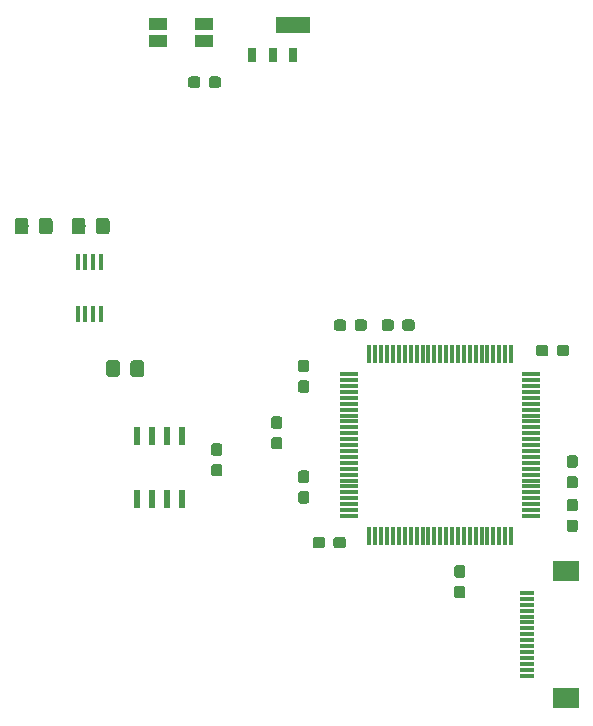
<source format=gtp>
G04 #@! TF.GenerationSoftware,KiCad,Pcbnew,(5.0.1)-4*
G04 #@! TF.CreationDate,2019-04-22T09:15:48+02:00*
G04 #@! TF.ProjectId,wiihdmi_wmi,77696968646D695F776D692E6B696361,rev?*
G04 #@! TF.SameCoordinates,Original*
G04 #@! TF.FileFunction,Paste,Top*
G04 #@! TF.FilePolarity,Positive*
%FSLAX46Y46*%
G04 Gerber Fmt 4.6, Leading zero omitted, Abs format (unit mm)*
G04 Created by KiCad (PCBNEW (5.0.1)-4) date 22.04.2019 09:15:48*
%MOMM*%
%LPD*%
G01*
G04 APERTURE LIST*
%ADD10R,1.597660X0.299720*%
%ADD11R,0.299720X1.597660*%
%ADD12C,0.100000*%
%ADD13C,1.150000*%
%ADD14R,2.200000X1.800000*%
%ADD15R,1.300000X0.300000*%
%ADD16R,1.650000X1.050000*%
%ADD17R,0.600000X1.550000*%
%ADD18R,0.450000X1.450000*%
%ADD19R,0.700000X1.200000*%
%ADD20R,3.000000X1.400000*%
%ADD21C,0.950000*%
G04 APERTURE END LIST*
D10*
G04 #@! TO.C,U1*
X103329740Y-81503520D03*
X103329740Y-82003900D03*
X103329740Y-82504280D03*
X103329740Y-83004660D03*
X103329740Y-83505040D03*
X103329740Y-84005420D03*
X103329740Y-84503260D03*
X103329740Y-85003640D03*
X103329740Y-85504020D03*
X103329740Y-86004400D03*
X103329740Y-86504780D03*
X103329740Y-87005160D03*
X103329740Y-87503000D03*
X103329740Y-88000840D03*
X103329740Y-88501220D03*
X103329740Y-89001600D03*
X103329740Y-89501980D03*
X103329740Y-90002360D03*
X103329740Y-90502740D03*
X103329740Y-91000580D03*
X103329740Y-91500960D03*
X103329740Y-92001340D03*
X103329740Y-92501720D03*
X103329740Y-93002100D03*
X103329740Y-93502480D03*
D11*
X101630480Y-95201740D03*
X101130100Y-95201740D03*
X100629720Y-95201740D03*
X100129340Y-95201740D03*
X99628960Y-95201740D03*
X99128580Y-95201740D03*
X98630740Y-95201740D03*
X98130360Y-95201740D03*
X97629980Y-95201740D03*
X97129600Y-95201740D03*
X96629220Y-95201740D03*
X96128840Y-95201740D03*
X95631000Y-95201740D03*
X95133160Y-95201740D03*
X94632780Y-95201740D03*
X94132400Y-95201740D03*
X93632020Y-95201740D03*
X93131640Y-95201740D03*
X92631260Y-95201740D03*
X92133420Y-95201740D03*
X91633040Y-95201740D03*
X91132660Y-95201740D03*
X90632280Y-95201740D03*
X90131900Y-95201740D03*
X89631520Y-95201740D03*
D10*
X87932260Y-93502480D03*
X87932260Y-93002100D03*
X87932260Y-92501720D03*
X87932260Y-92001340D03*
X87932260Y-91500960D03*
X87932260Y-91000580D03*
X87932260Y-90502740D03*
X87932260Y-90002360D03*
X87932260Y-89501980D03*
X87932260Y-89001600D03*
X87932260Y-88501220D03*
X87932260Y-88000840D03*
X87932260Y-87503000D03*
X87932260Y-87005160D03*
X87932260Y-86504780D03*
X87932260Y-86004400D03*
X87932260Y-85504020D03*
X87932260Y-85003640D03*
X87932260Y-84503260D03*
X87932260Y-84005420D03*
X87932260Y-83505040D03*
X87932260Y-83004660D03*
X87932260Y-82504280D03*
X87932260Y-82003900D03*
X87932260Y-81503520D03*
D11*
X89631520Y-79804260D03*
X90131900Y-79804260D03*
X90632280Y-79804260D03*
X91132660Y-79804260D03*
X91633040Y-79804260D03*
X92133420Y-79804260D03*
X92631260Y-79804260D03*
X93131640Y-79804260D03*
X93632020Y-79804260D03*
X94132400Y-79804260D03*
X94632780Y-79804260D03*
X95133160Y-79804260D03*
X95631000Y-79804260D03*
X96128840Y-79804260D03*
X96629220Y-79804260D03*
X97129600Y-79804260D03*
X97629980Y-79804260D03*
X98130360Y-79804260D03*
X98630740Y-79804260D03*
X99128580Y-79804260D03*
X99628960Y-79804260D03*
X100129340Y-79804260D03*
X100629720Y-79804260D03*
X101130100Y-79804260D03*
X101630480Y-79804260D03*
G04 #@! TD*
D12*
G04 #@! TO.C,C1*
G36*
X65355505Y-68262204D02*
X65379773Y-68265804D01*
X65403572Y-68271765D01*
X65426671Y-68280030D01*
X65448850Y-68290520D01*
X65469893Y-68303132D01*
X65489599Y-68317747D01*
X65507777Y-68334223D01*
X65524253Y-68352401D01*
X65538868Y-68372107D01*
X65551480Y-68393150D01*
X65561970Y-68415329D01*
X65570235Y-68438428D01*
X65576196Y-68462227D01*
X65579796Y-68486495D01*
X65581000Y-68510999D01*
X65581000Y-69411001D01*
X65579796Y-69435505D01*
X65576196Y-69459773D01*
X65570235Y-69483572D01*
X65561970Y-69506671D01*
X65551480Y-69528850D01*
X65538868Y-69549893D01*
X65524253Y-69569599D01*
X65507777Y-69587777D01*
X65489599Y-69604253D01*
X65469893Y-69618868D01*
X65448850Y-69631480D01*
X65426671Y-69641970D01*
X65403572Y-69650235D01*
X65379773Y-69656196D01*
X65355505Y-69659796D01*
X65331001Y-69661000D01*
X64680999Y-69661000D01*
X64656495Y-69659796D01*
X64632227Y-69656196D01*
X64608428Y-69650235D01*
X64585329Y-69641970D01*
X64563150Y-69631480D01*
X64542107Y-69618868D01*
X64522401Y-69604253D01*
X64504223Y-69587777D01*
X64487747Y-69569599D01*
X64473132Y-69549893D01*
X64460520Y-69528850D01*
X64450030Y-69506671D01*
X64441765Y-69483572D01*
X64435804Y-69459773D01*
X64432204Y-69435505D01*
X64431000Y-69411001D01*
X64431000Y-68510999D01*
X64432204Y-68486495D01*
X64435804Y-68462227D01*
X64441765Y-68438428D01*
X64450030Y-68415329D01*
X64460520Y-68393150D01*
X64473132Y-68372107D01*
X64487747Y-68352401D01*
X64504223Y-68334223D01*
X64522401Y-68317747D01*
X64542107Y-68303132D01*
X64563150Y-68290520D01*
X64585329Y-68280030D01*
X64608428Y-68271765D01*
X64632227Y-68265804D01*
X64656495Y-68262204D01*
X64680999Y-68261000D01*
X65331001Y-68261000D01*
X65355505Y-68262204D01*
X65355505Y-68262204D01*
G37*
D13*
X65006000Y-68961000D03*
D12*
G36*
X67405505Y-68262204D02*
X67429773Y-68265804D01*
X67453572Y-68271765D01*
X67476671Y-68280030D01*
X67498850Y-68290520D01*
X67519893Y-68303132D01*
X67539599Y-68317747D01*
X67557777Y-68334223D01*
X67574253Y-68352401D01*
X67588868Y-68372107D01*
X67601480Y-68393150D01*
X67611970Y-68415329D01*
X67620235Y-68438428D01*
X67626196Y-68462227D01*
X67629796Y-68486495D01*
X67631000Y-68510999D01*
X67631000Y-69411001D01*
X67629796Y-69435505D01*
X67626196Y-69459773D01*
X67620235Y-69483572D01*
X67611970Y-69506671D01*
X67601480Y-69528850D01*
X67588868Y-69549893D01*
X67574253Y-69569599D01*
X67557777Y-69587777D01*
X67539599Y-69604253D01*
X67519893Y-69618868D01*
X67498850Y-69631480D01*
X67476671Y-69641970D01*
X67453572Y-69650235D01*
X67429773Y-69656196D01*
X67405505Y-69659796D01*
X67381001Y-69661000D01*
X66730999Y-69661000D01*
X66706495Y-69659796D01*
X66682227Y-69656196D01*
X66658428Y-69650235D01*
X66635329Y-69641970D01*
X66613150Y-69631480D01*
X66592107Y-69618868D01*
X66572401Y-69604253D01*
X66554223Y-69587777D01*
X66537747Y-69569599D01*
X66523132Y-69549893D01*
X66510520Y-69528850D01*
X66500030Y-69506671D01*
X66491765Y-69483572D01*
X66485804Y-69459773D01*
X66482204Y-69435505D01*
X66481000Y-69411001D01*
X66481000Y-68510999D01*
X66482204Y-68486495D01*
X66485804Y-68462227D01*
X66491765Y-68438428D01*
X66500030Y-68415329D01*
X66510520Y-68393150D01*
X66523132Y-68372107D01*
X66537747Y-68352401D01*
X66554223Y-68334223D01*
X66572401Y-68317747D01*
X66592107Y-68303132D01*
X66613150Y-68290520D01*
X66635329Y-68280030D01*
X66658428Y-68271765D01*
X66682227Y-68265804D01*
X66706495Y-68262204D01*
X66730999Y-68261000D01*
X67381001Y-68261000D01*
X67405505Y-68262204D01*
X67405505Y-68262204D01*
G37*
D13*
X67056000Y-68961000D03*
G04 #@! TD*
D12*
G04 #@! TO.C,C2*
G36*
X62579505Y-68262204D02*
X62603773Y-68265804D01*
X62627572Y-68271765D01*
X62650671Y-68280030D01*
X62672850Y-68290520D01*
X62693893Y-68303132D01*
X62713599Y-68317747D01*
X62731777Y-68334223D01*
X62748253Y-68352401D01*
X62762868Y-68372107D01*
X62775480Y-68393150D01*
X62785970Y-68415329D01*
X62794235Y-68438428D01*
X62800196Y-68462227D01*
X62803796Y-68486495D01*
X62805000Y-68510999D01*
X62805000Y-69411001D01*
X62803796Y-69435505D01*
X62800196Y-69459773D01*
X62794235Y-69483572D01*
X62785970Y-69506671D01*
X62775480Y-69528850D01*
X62762868Y-69549893D01*
X62748253Y-69569599D01*
X62731777Y-69587777D01*
X62713599Y-69604253D01*
X62693893Y-69618868D01*
X62672850Y-69631480D01*
X62650671Y-69641970D01*
X62627572Y-69650235D01*
X62603773Y-69656196D01*
X62579505Y-69659796D01*
X62555001Y-69661000D01*
X61904999Y-69661000D01*
X61880495Y-69659796D01*
X61856227Y-69656196D01*
X61832428Y-69650235D01*
X61809329Y-69641970D01*
X61787150Y-69631480D01*
X61766107Y-69618868D01*
X61746401Y-69604253D01*
X61728223Y-69587777D01*
X61711747Y-69569599D01*
X61697132Y-69549893D01*
X61684520Y-69528850D01*
X61674030Y-69506671D01*
X61665765Y-69483572D01*
X61659804Y-69459773D01*
X61656204Y-69435505D01*
X61655000Y-69411001D01*
X61655000Y-68510999D01*
X61656204Y-68486495D01*
X61659804Y-68462227D01*
X61665765Y-68438428D01*
X61674030Y-68415329D01*
X61684520Y-68393150D01*
X61697132Y-68372107D01*
X61711747Y-68352401D01*
X61728223Y-68334223D01*
X61746401Y-68317747D01*
X61766107Y-68303132D01*
X61787150Y-68290520D01*
X61809329Y-68280030D01*
X61832428Y-68271765D01*
X61856227Y-68265804D01*
X61880495Y-68262204D01*
X61904999Y-68261000D01*
X62555001Y-68261000D01*
X62579505Y-68262204D01*
X62579505Y-68262204D01*
G37*
D13*
X62230000Y-68961000D03*
D12*
G36*
X60529505Y-68262204D02*
X60553773Y-68265804D01*
X60577572Y-68271765D01*
X60600671Y-68280030D01*
X60622850Y-68290520D01*
X60643893Y-68303132D01*
X60663599Y-68317747D01*
X60681777Y-68334223D01*
X60698253Y-68352401D01*
X60712868Y-68372107D01*
X60725480Y-68393150D01*
X60735970Y-68415329D01*
X60744235Y-68438428D01*
X60750196Y-68462227D01*
X60753796Y-68486495D01*
X60755000Y-68510999D01*
X60755000Y-69411001D01*
X60753796Y-69435505D01*
X60750196Y-69459773D01*
X60744235Y-69483572D01*
X60735970Y-69506671D01*
X60725480Y-69528850D01*
X60712868Y-69549893D01*
X60698253Y-69569599D01*
X60681777Y-69587777D01*
X60663599Y-69604253D01*
X60643893Y-69618868D01*
X60622850Y-69631480D01*
X60600671Y-69641970D01*
X60577572Y-69650235D01*
X60553773Y-69656196D01*
X60529505Y-69659796D01*
X60505001Y-69661000D01*
X59854999Y-69661000D01*
X59830495Y-69659796D01*
X59806227Y-69656196D01*
X59782428Y-69650235D01*
X59759329Y-69641970D01*
X59737150Y-69631480D01*
X59716107Y-69618868D01*
X59696401Y-69604253D01*
X59678223Y-69587777D01*
X59661747Y-69569599D01*
X59647132Y-69549893D01*
X59634520Y-69528850D01*
X59624030Y-69506671D01*
X59615765Y-69483572D01*
X59609804Y-69459773D01*
X59606204Y-69435505D01*
X59605000Y-69411001D01*
X59605000Y-68510999D01*
X59606204Y-68486495D01*
X59609804Y-68462227D01*
X59615765Y-68438428D01*
X59624030Y-68415329D01*
X59634520Y-68393150D01*
X59647132Y-68372107D01*
X59661747Y-68352401D01*
X59678223Y-68334223D01*
X59696401Y-68317747D01*
X59716107Y-68303132D01*
X59737150Y-68290520D01*
X59759329Y-68280030D01*
X59782428Y-68271765D01*
X59806227Y-68265804D01*
X59830495Y-68262204D01*
X59854999Y-68261000D01*
X60505001Y-68261000D01*
X60529505Y-68262204D01*
X60529505Y-68262204D01*
G37*
D13*
X60180000Y-68961000D03*
G04 #@! TD*
D12*
G04 #@! TO.C,C3*
G36*
X68276505Y-80327204D02*
X68300773Y-80330804D01*
X68324572Y-80336765D01*
X68347671Y-80345030D01*
X68369850Y-80355520D01*
X68390893Y-80368132D01*
X68410599Y-80382747D01*
X68428777Y-80399223D01*
X68445253Y-80417401D01*
X68459868Y-80437107D01*
X68472480Y-80458150D01*
X68482970Y-80480329D01*
X68491235Y-80503428D01*
X68497196Y-80527227D01*
X68500796Y-80551495D01*
X68502000Y-80575999D01*
X68502000Y-81476001D01*
X68500796Y-81500505D01*
X68497196Y-81524773D01*
X68491235Y-81548572D01*
X68482970Y-81571671D01*
X68472480Y-81593850D01*
X68459868Y-81614893D01*
X68445253Y-81634599D01*
X68428777Y-81652777D01*
X68410599Y-81669253D01*
X68390893Y-81683868D01*
X68369850Y-81696480D01*
X68347671Y-81706970D01*
X68324572Y-81715235D01*
X68300773Y-81721196D01*
X68276505Y-81724796D01*
X68252001Y-81726000D01*
X67601999Y-81726000D01*
X67577495Y-81724796D01*
X67553227Y-81721196D01*
X67529428Y-81715235D01*
X67506329Y-81706970D01*
X67484150Y-81696480D01*
X67463107Y-81683868D01*
X67443401Y-81669253D01*
X67425223Y-81652777D01*
X67408747Y-81634599D01*
X67394132Y-81614893D01*
X67381520Y-81593850D01*
X67371030Y-81571671D01*
X67362765Y-81548572D01*
X67356804Y-81524773D01*
X67353204Y-81500505D01*
X67352000Y-81476001D01*
X67352000Y-80575999D01*
X67353204Y-80551495D01*
X67356804Y-80527227D01*
X67362765Y-80503428D01*
X67371030Y-80480329D01*
X67381520Y-80458150D01*
X67394132Y-80437107D01*
X67408747Y-80417401D01*
X67425223Y-80399223D01*
X67443401Y-80382747D01*
X67463107Y-80368132D01*
X67484150Y-80355520D01*
X67506329Y-80345030D01*
X67529428Y-80336765D01*
X67553227Y-80330804D01*
X67577495Y-80327204D01*
X67601999Y-80326000D01*
X68252001Y-80326000D01*
X68276505Y-80327204D01*
X68276505Y-80327204D01*
G37*
D13*
X67927000Y-81026000D03*
D12*
G36*
X70326505Y-80327204D02*
X70350773Y-80330804D01*
X70374572Y-80336765D01*
X70397671Y-80345030D01*
X70419850Y-80355520D01*
X70440893Y-80368132D01*
X70460599Y-80382747D01*
X70478777Y-80399223D01*
X70495253Y-80417401D01*
X70509868Y-80437107D01*
X70522480Y-80458150D01*
X70532970Y-80480329D01*
X70541235Y-80503428D01*
X70547196Y-80527227D01*
X70550796Y-80551495D01*
X70552000Y-80575999D01*
X70552000Y-81476001D01*
X70550796Y-81500505D01*
X70547196Y-81524773D01*
X70541235Y-81548572D01*
X70532970Y-81571671D01*
X70522480Y-81593850D01*
X70509868Y-81614893D01*
X70495253Y-81634599D01*
X70478777Y-81652777D01*
X70460599Y-81669253D01*
X70440893Y-81683868D01*
X70419850Y-81696480D01*
X70397671Y-81706970D01*
X70374572Y-81715235D01*
X70350773Y-81721196D01*
X70326505Y-81724796D01*
X70302001Y-81726000D01*
X69651999Y-81726000D01*
X69627495Y-81724796D01*
X69603227Y-81721196D01*
X69579428Y-81715235D01*
X69556329Y-81706970D01*
X69534150Y-81696480D01*
X69513107Y-81683868D01*
X69493401Y-81669253D01*
X69475223Y-81652777D01*
X69458747Y-81634599D01*
X69444132Y-81614893D01*
X69431520Y-81593850D01*
X69421030Y-81571671D01*
X69412765Y-81548572D01*
X69406804Y-81524773D01*
X69403204Y-81500505D01*
X69402000Y-81476001D01*
X69402000Y-80575999D01*
X69403204Y-80551495D01*
X69406804Y-80527227D01*
X69412765Y-80503428D01*
X69421030Y-80480329D01*
X69431520Y-80458150D01*
X69444132Y-80437107D01*
X69458747Y-80417401D01*
X69475223Y-80399223D01*
X69493401Y-80382747D01*
X69513107Y-80368132D01*
X69534150Y-80355520D01*
X69556329Y-80345030D01*
X69579428Y-80336765D01*
X69603227Y-80330804D01*
X69627495Y-80327204D01*
X69651999Y-80326000D01*
X70302001Y-80326000D01*
X70326505Y-80327204D01*
X70326505Y-80327204D01*
G37*
D13*
X69977000Y-81026000D03*
G04 #@! TD*
D14*
G04 #@! TO.C,J3*
X106247000Y-98121000D03*
X106247000Y-108921000D03*
D15*
X102997000Y-107021000D03*
X102997000Y-106521000D03*
X102997000Y-106021000D03*
X102997000Y-105521000D03*
X102997000Y-105021000D03*
X102997000Y-104521000D03*
X102997000Y-104021000D03*
X102997000Y-103521000D03*
X102997000Y-103021000D03*
X102997000Y-102521000D03*
X102997000Y-102021000D03*
X102997000Y-101521000D03*
X102997000Y-101021000D03*
X102997000Y-100521000D03*
X102997000Y-100021000D03*
G04 #@! TD*
D16*
G04 #@! TO.C,SW1*
X75605000Y-53266000D03*
X71755000Y-53266000D03*
X75605000Y-51816000D03*
X71755000Y-51816000D03*
G04 #@! TD*
D17*
G04 #@! TO.C,U2*
X73787000Y-86708000D03*
X72517000Y-86708000D03*
X71247000Y-86708000D03*
X69977000Y-86708000D03*
X69977000Y-92108000D03*
X71247000Y-92108000D03*
X72517000Y-92108000D03*
X73787000Y-92108000D03*
G04 #@! TD*
D18*
G04 #@! TO.C,U3*
X64938000Y-76368000D03*
X65588000Y-76368000D03*
X66238000Y-76368000D03*
X66888000Y-76368000D03*
X66888000Y-71968000D03*
X66238000Y-71968000D03*
X65588000Y-71968000D03*
X64938000Y-71968000D03*
G04 #@! TD*
D19*
G04 #@! TO.C,U4*
X79685000Y-54443000D03*
X81435000Y-54443000D03*
X83185000Y-54443000D03*
D20*
X83185000Y-51943000D03*
G04 #@! TD*
D12*
G04 #@! TO.C,C4*
G36*
X76968779Y-89110144D02*
X76991834Y-89113563D01*
X77014443Y-89119227D01*
X77036387Y-89127079D01*
X77057457Y-89137044D01*
X77077448Y-89149026D01*
X77096168Y-89162910D01*
X77113438Y-89178562D01*
X77129090Y-89195832D01*
X77142974Y-89214552D01*
X77154956Y-89234543D01*
X77164921Y-89255613D01*
X77172773Y-89277557D01*
X77178437Y-89300166D01*
X77181856Y-89323221D01*
X77183000Y-89346500D01*
X77183000Y-89921500D01*
X77181856Y-89944779D01*
X77178437Y-89967834D01*
X77172773Y-89990443D01*
X77164921Y-90012387D01*
X77154956Y-90033457D01*
X77142974Y-90053448D01*
X77129090Y-90072168D01*
X77113438Y-90089438D01*
X77096168Y-90105090D01*
X77077448Y-90118974D01*
X77057457Y-90130956D01*
X77036387Y-90140921D01*
X77014443Y-90148773D01*
X76991834Y-90154437D01*
X76968779Y-90157856D01*
X76945500Y-90159000D01*
X76470500Y-90159000D01*
X76447221Y-90157856D01*
X76424166Y-90154437D01*
X76401557Y-90148773D01*
X76379613Y-90140921D01*
X76358543Y-90130956D01*
X76338552Y-90118974D01*
X76319832Y-90105090D01*
X76302562Y-90089438D01*
X76286910Y-90072168D01*
X76273026Y-90053448D01*
X76261044Y-90033457D01*
X76251079Y-90012387D01*
X76243227Y-89990443D01*
X76237563Y-89967834D01*
X76234144Y-89944779D01*
X76233000Y-89921500D01*
X76233000Y-89346500D01*
X76234144Y-89323221D01*
X76237563Y-89300166D01*
X76243227Y-89277557D01*
X76251079Y-89255613D01*
X76261044Y-89234543D01*
X76273026Y-89214552D01*
X76286910Y-89195832D01*
X76302562Y-89178562D01*
X76319832Y-89162910D01*
X76338552Y-89149026D01*
X76358543Y-89137044D01*
X76379613Y-89127079D01*
X76401557Y-89119227D01*
X76424166Y-89113563D01*
X76447221Y-89110144D01*
X76470500Y-89109000D01*
X76945500Y-89109000D01*
X76968779Y-89110144D01*
X76968779Y-89110144D01*
G37*
D21*
X76708000Y-89634000D03*
D12*
G36*
X76968779Y-87360144D02*
X76991834Y-87363563D01*
X77014443Y-87369227D01*
X77036387Y-87377079D01*
X77057457Y-87387044D01*
X77077448Y-87399026D01*
X77096168Y-87412910D01*
X77113438Y-87428562D01*
X77129090Y-87445832D01*
X77142974Y-87464552D01*
X77154956Y-87484543D01*
X77164921Y-87505613D01*
X77172773Y-87527557D01*
X77178437Y-87550166D01*
X77181856Y-87573221D01*
X77183000Y-87596500D01*
X77183000Y-88171500D01*
X77181856Y-88194779D01*
X77178437Y-88217834D01*
X77172773Y-88240443D01*
X77164921Y-88262387D01*
X77154956Y-88283457D01*
X77142974Y-88303448D01*
X77129090Y-88322168D01*
X77113438Y-88339438D01*
X77096168Y-88355090D01*
X77077448Y-88368974D01*
X77057457Y-88380956D01*
X77036387Y-88390921D01*
X77014443Y-88398773D01*
X76991834Y-88404437D01*
X76968779Y-88407856D01*
X76945500Y-88409000D01*
X76470500Y-88409000D01*
X76447221Y-88407856D01*
X76424166Y-88404437D01*
X76401557Y-88398773D01*
X76379613Y-88390921D01*
X76358543Y-88380956D01*
X76338552Y-88368974D01*
X76319832Y-88355090D01*
X76302562Y-88339438D01*
X76286910Y-88322168D01*
X76273026Y-88303448D01*
X76261044Y-88283457D01*
X76251079Y-88262387D01*
X76243227Y-88240443D01*
X76237563Y-88217834D01*
X76234144Y-88194779D01*
X76233000Y-88171500D01*
X76233000Y-87596500D01*
X76234144Y-87573221D01*
X76237563Y-87550166D01*
X76243227Y-87527557D01*
X76251079Y-87505613D01*
X76261044Y-87484543D01*
X76273026Y-87464552D01*
X76286910Y-87445832D01*
X76302562Y-87428562D01*
X76319832Y-87412910D01*
X76338552Y-87399026D01*
X76358543Y-87387044D01*
X76379613Y-87377079D01*
X76401557Y-87369227D01*
X76424166Y-87363563D01*
X76447221Y-87360144D01*
X76470500Y-87359000D01*
X76945500Y-87359000D01*
X76968779Y-87360144D01*
X76968779Y-87360144D01*
G37*
D21*
X76708000Y-87884000D03*
G04 #@! TD*
D12*
G04 #@! TO.C,C5*
G36*
X84334779Y-80276144D02*
X84357834Y-80279563D01*
X84380443Y-80285227D01*
X84402387Y-80293079D01*
X84423457Y-80303044D01*
X84443448Y-80315026D01*
X84462168Y-80328910D01*
X84479438Y-80344562D01*
X84495090Y-80361832D01*
X84508974Y-80380552D01*
X84520956Y-80400543D01*
X84530921Y-80421613D01*
X84538773Y-80443557D01*
X84544437Y-80466166D01*
X84547856Y-80489221D01*
X84549000Y-80512500D01*
X84549000Y-81087500D01*
X84547856Y-81110779D01*
X84544437Y-81133834D01*
X84538773Y-81156443D01*
X84530921Y-81178387D01*
X84520956Y-81199457D01*
X84508974Y-81219448D01*
X84495090Y-81238168D01*
X84479438Y-81255438D01*
X84462168Y-81271090D01*
X84443448Y-81284974D01*
X84423457Y-81296956D01*
X84402387Y-81306921D01*
X84380443Y-81314773D01*
X84357834Y-81320437D01*
X84334779Y-81323856D01*
X84311500Y-81325000D01*
X83836500Y-81325000D01*
X83813221Y-81323856D01*
X83790166Y-81320437D01*
X83767557Y-81314773D01*
X83745613Y-81306921D01*
X83724543Y-81296956D01*
X83704552Y-81284974D01*
X83685832Y-81271090D01*
X83668562Y-81255438D01*
X83652910Y-81238168D01*
X83639026Y-81219448D01*
X83627044Y-81199457D01*
X83617079Y-81178387D01*
X83609227Y-81156443D01*
X83603563Y-81133834D01*
X83600144Y-81110779D01*
X83599000Y-81087500D01*
X83599000Y-80512500D01*
X83600144Y-80489221D01*
X83603563Y-80466166D01*
X83609227Y-80443557D01*
X83617079Y-80421613D01*
X83627044Y-80400543D01*
X83639026Y-80380552D01*
X83652910Y-80361832D01*
X83668562Y-80344562D01*
X83685832Y-80328910D01*
X83704552Y-80315026D01*
X83724543Y-80303044D01*
X83745613Y-80293079D01*
X83767557Y-80285227D01*
X83790166Y-80279563D01*
X83813221Y-80276144D01*
X83836500Y-80275000D01*
X84311500Y-80275000D01*
X84334779Y-80276144D01*
X84334779Y-80276144D01*
G37*
D21*
X84074000Y-80800000D03*
D12*
G36*
X84334779Y-82026144D02*
X84357834Y-82029563D01*
X84380443Y-82035227D01*
X84402387Y-82043079D01*
X84423457Y-82053044D01*
X84443448Y-82065026D01*
X84462168Y-82078910D01*
X84479438Y-82094562D01*
X84495090Y-82111832D01*
X84508974Y-82130552D01*
X84520956Y-82150543D01*
X84530921Y-82171613D01*
X84538773Y-82193557D01*
X84544437Y-82216166D01*
X84547856Y-82239221D01*
X84549000Y-82262500D01*
X84549000Y-82837500D01*
X84547856Y-82860779D01*
X84544437Y-82883834D01*
X84538773Y-82906443D01*
X84530921Y-82928387D01*
X84520956Y-82949457D01*
X84508974Y-82969448D01*
X84495090Y-82988168D01*
X84479438Y-83005438D01*
X84462168Y-83021090D01*
X84443448Y-83034974D01*
X84423457Y-83046956D01*
X84402387Y-83056921D01*
X84380443Y-83064773D01*
X84357834Y-83070437D01*
X84334779Y-83073856D01*
X84311500Y-83075000D01*
X83836500Y-83075000D01*
X83813221Y-83073856D01*
X83790166Y-83070437D01*
X83767557Y-83064773D01*
X83745613Y-83056921D01*
X83724543Y-83046956D01*
X83704552Y-83034974D01*
X83685832Y-83021090D01*
X83668562Y-83005438D01*
X83652910Y-82988168D01*
X83639026Y-82969448D01*
X83627044Y-82949457D01*
X83617079Y-82928387D01*
X83609227Y-82906443D01*
X83603563Y-82883834D01*
X83600144Y-82860779D01*
X83599000Y-82837500D01*
X83599000Y-82262500D01*
X83600144Y-82239221D01*
X83603563Y-82216166D01*
X83609227Y-82193557D01*
X83617079Y-82171613D01*
X83627044Y-82150543D01*
X83639026Y-82130552D01*
X83652910Y-82111832D01*
X83668562Y-82094562D01*
X83685832Y-82078910D01*
X83704552Y-82065026D01*
X83724543Y-82053044D01*
X83745613Y-82043079D01*
X83767557Y-82035227D01*
X83790166Y-82029563D01*
X83813221Y-82026144D01*
X83836500Y-82025000D01*
X84311500Y-82025000D01*
X84334779Y-82026144D01*
X84334779Y-82026144D01*
G37*
D21*
X84074000Y-82550000D03*
G04 #@! TD*
D12*
G04 #@! TO.C,C6*
G36*
X97542779Y-97675144D02*
X97565834Y-97678563D01*
X97588443Y-97684227D01*
X97610387Y-97692079D01*
X97631457Y-97702044D01*
X97651448Y-97714026D01*
X97670168Y-97727910D01*
X97687438Y-97743562D01*
X97703090Y-97760832D01*
X97716974Y-97779552D01*
X97728956Y-97799543D01*
X97738921Y-97820613D01*
X97746773Y-97842557D01*
X97752437Y-97865166D01*
X97755856Y-97888221D01*
X97757000Y-97911500D01*
X97757000Y-98486500D01*
X97755856Y-98509779D01*
X97752437Y-98532834D01*
X97746773Y-98555443D01*
X97738921Y-98577387D01*
X97728956Y-98598457D01*
X97716974Y-98618448D01*
X97703090Y-98637168D01*
X97687438Y-98654438D01*
X97670168Y-98670090D01*
X97651448Y-98683974D01*
X97631457Y-98695956D01*
X97610387Y-98705921D01*
X97588443Y-98713773D01*
X97565834Y-98719437D01*
X97542779Y-98722856D01*
X97519500Y-98724000D01*
X97044500Y-98724000D01*
X97021221Y-98722856D01*
X96998166Y-98719437D01*
X96975557Y-98713773D01*
X96953613Y-98705921D01*
X96932543Y-98695956D01*
X96912552Y-98683974D01*
X96893832Y-98670090D01*
X96876562Y-98654438D01*
X96860910Y-98637168D01*
X96847026Y-98618448D01*
X96835044Y-98598457D01*
X96825079Y-98577387D01*
X96817227Y-98555443D01*
X96811563Y-98532834D01*
X96808144Y-98509779D01*
X96807000Y-98486500D01*
X96807000Y-97911500D01*
X96808144Y-97888221D01*
X96811563Y-97865166D01*
X96817227Y-97842557D01*
X96825079Y-97820613D01*
X96835044Y-97799543D01*
X96847026Y-97779552D01*
X96860910Y-97760832D01*
X96876562Y-97743562D01*
X96893832Y-97727910D01*
X96912552Y-97714026D01*
X96932543Y-97702044D01*
X96953613Y-97692079D01*
X96975557Y-97684227D01*
X96998166Y-97678563D01*
X97021221Y-97675144D01*
X97044500Y-97674000D01*
X97519500Y-97674000D01*
X97542779Y-97675144D01*
X97542779Y-97675144D01*
G37*
D21*
X97282000Y-98199000D03*
D12*
G36*
X97542779Y-99425144D02*
X97565834Y-99428563D01*
X97588443Y-99434227D01*
X97610387Y-99442079D01*
X97631457Y-99452044D01*
X97651448Y-99464026D01*
X97670168Y-99477910D01*
X97687438Y-99493562D01*
X97703090Y-99510832D01*
X97716974Y-99529552D01*
X97728956Y-99549543D01*
X97738921Y-99570613D01*
X97746773Y-99592557D01*
X97752437Y-99615166D01*
X97755856Y-99638221D01*
X97757000Y-99661500D01*
X97757000Y-100236500D01*
X97755856Y-100259779D01*
X97752437Y-100282834D01*
X97746773Y-100305443D01*
X97738921Y-100327387D01*
X97728956Y-100348457D01*
X97716974Y-100368448D01*
X97703090Y-100387168D01*
X97687438Y-100404438D01*
X97670168Y-100420090D01*
X97651448Y-100433974D01*
X97631457Y-100445956D01*
X97610387Y-100455921D01*
X97588443Y-100463773D01*
X97565834Y-100469437D01*
X97542779Y-100472856D01*
X97519500Y-100474000D01*
X97044500Y-100474000D01*
X97021221Y-100472856D01*
X96998166Y-100469437D01*
X96975557Y-100463773D01*
X96953613Y-100455921D01*
X96932543Y-100445956D01*
X96912552Y-100433974D01*
X96893832Y-100420090D01*
X96876562Y-100404438D01*
X96860910Y-100387168D01*
X96847026Y-100368448D01*
X96835044Y-100348457D01*
X96825079Y-100327387D01*
X96817227Y-100305443D01*
X96811563Y-100282834D01*
X96808144Y-100259779D01*
X96807000Y-100236500D01*
X96807000Y-99661500D01*
X96808144Y-99638221D01*
X96811563Y-99615166D01*
X96817227Y-99592557D01*
X96825079Y-99570613D01*
X96835044Y-99549543D01*
X96847026Y-99529552D01*
X96860910Y-99510832D01*
X96876562Y-99493562D01*
X96893832Y-99477910D01*
X96912552Y-99464026D01*
X96932543Y-99452044D01*
X96953613Y-99442079D01*
X96975557Y-99434227D01*
X96998166Y-99428563D01*
X97021221Y-99425144D01*
X97044500Y-99424000D01*
X97519500Y-99424000D01*
X97542779Y-99425144D01*
X97542779Y-99425144D01*
G37*
D21*
X97282000Y-99949000D03*
G04 #@! TD*
D12*
G04 #@! TO.C,C7*
G36*
X76863779Y-56295144D02*
X76886834Y-56298563D01*
X76909443Y-56304227D01*
X76931387Y-56312079D01*
X76952457Y-56322044D01*
X76972448Y-56334026D01*
X76991168Y-56347910D01*
X77008438Y-56363562D01*
X77024090Y-56380832D01*
X77037974Y-56399552D01*
X77049956Y-56419543D01*
X77059921Y-56440613D01*
X77067773Y-56462557D01*
X77073437Y-56485166D01*
X77076856Y-56508221D01*
X77078000Y-56531500D01*
X77078000Y-57006500D01*
X77076856Y-57029779D01*
X77073437Y-57052834D01*
X77067773Y-57075443D01*
X77059921Y-57097387D01*
X77049956Y-57118457D01*
X77037974Y-57138448D01*
X77024090Y-57157168D01*
X77008438Y-57174438D01*
X76991168Y-57190090D01*
X76972448Y-57203974D01*
X76952457Y-57215956D01*
X76931387Y-57225921D01*
X76909443Y-57233773D01*
X76886834Y-57239437D01*
X76863779Y-57242856D01*
X76840500Y-57244000D01*
X76265500Y-57244000D01*
X76242221Y-57242856D01*
X76219166Y-57239437D01*
X76196557Y-57233773D01*
X76174613Y-57225921D01*
X76153543Y-57215956D01*
X76133552Y-57203974D01*
X76114832Y-57190090D01*
X76097562Y-57174438D01*
X76081910Y-57157168D01*
X76068026Y-57138448D01*
X76056044Y-57118457D01*
X76046079Y-57097387D01*
X76038227Y-57075443D01*
X76032563Y-57052834D01*
X76029144Y-57029779D01*
X76028000Y-57006500D01*
X76028000Y-56531500D01*
X76029144Y-56508221D01*
X76032563Y-56485166D01*
X76038227Y-56462557D01*
X76046079Y-56440613D01*
X76056044Y-56419543D01*
X76068026Y-56399552D01*
X76081910Y-56380832D01*
X76097562Y-56363562D01*
X76114832Y-56347910D01*
X76133552Y-56334026D01*
X76153543Y-56322044D01*
X76174613Y-56312079D01*
X76196557Y-56304227D01*
X76219166Y-56298563D01*
X76242221Y-56295144D01*
X76265500Y-56294000D01*
X76840500Y-56294000D01*
X76863779Y-56295144D01*
X76863779Y-56295144D01*
G37*
D21*
X76553000Y-56769000D03*
D12*
G36*
X75113779Y-56295144D02*
X75136834Y-56298563D01*
X75159443Y-56304227D01*
X75181387Y-56312079D01*
X75202457Y-56322044D01*
X75222448Y-56334026D01*
X75241168Y-56347910D01*
X75258438Y-56363562D01*
X75274090Y-56380832D01*
X75287974Y-56399552D01*
X75299956Y-56419543D01*
X75309921Y-56440613D01*
X75317773Y-56462557D01*
X75323437Y-56485166D01*
X75326856Y-56508221D01*
X75328000Y-56531500D01*
X75328000Y-57006500D01*
X75326856Y-57029779D01*
X75323437Y-57052834D01*
X75317773Y-57075443D01*
X75309921Y-57097387D01*
X75299956Y-57118457D01*
X75287974Y-57138448D01*
X75274090Y-57157168D01*
X75258438Y-57174438D01*
X75241168Y-57190090D01*
X75222448Y-57203974D01*
X75202457Y-57215956D01*
X75181387Y-57225921D01*
X75159443Y-57233773D01*
X75136834Y-57239437D01*
X75113779Y-57242856D01*
X75090500Y-57244000D01*
X74515500Y-57244000D01*
X74492221Y-57242856D01*
X74469166Y-57239437D01*
X74446557Y-57233773D01*
X74424613Y-57225921D01*
X74403543Y-57215956D01*
X74383552Y-57203974D01*
X74364832Y-57190090D01*
X74347562Y-57174438D01*
X74331910Y-57157168D01*
X74318026Y-57138448D01*
X74306044Y-57118457D01*
X74296079Y-57097387D01*
X74288227Y-57075443D01*
X74282563Y-57052834D01*
X74279144Y-57029779D01*
X74278000Y-57006500D01*
X74278000Y-56531500D01*
X74279144Y-56508221D01*
X74282563Y-56485166D01*
X74288227Y-56462557D01*
X74296079Y-56440613D01*
X74306044Y-56419543D01*
X74318026Y-56399552D01*
X74331910Y-56380832D01*
X74347562Y-56363562D01*
X74364832Y-56347910D01*
X74383552Y-56334026D01*
X74403543Y-56322044D01*
X74424613Y-56312079D01*
X74446557Y-56304227D01*
X74469166Y-56298563D01*
X74492221Y-56295144D01*
X74515500Y-56294000D01*
X75090500Y-56294000D01*
X75113779Y-56295144D01*
X75113779Y-56295144D01*
G37*
D21*
X74803000Y-56769000D03*
G04 #@! TD*
D12*
G04 #@! TO.C,C8*
G36*
X107067779Y-93809144D02*
X107090834Y-93812563D01*
X107113443Y-93818227D01*
X107135387Y-93826079D01*
X107156457Y-93836044D01*
X107176448Y-93848026D01*
X107195168Y-93861910D01*
X107212438Y-93877562D01*
X107228090Y-93894832D01*
X107241974Y-93913552D01*
X107253956Y-93933543D01*
X107263921Y-93954613D01*
X107271773Y-93976557D01*
X107277437Y-93999166D01*
X107280856Y-94022221D01*
X107282000Y-94045500D01*
X107282000Y-94620500D01*
X107280856Y-94643779D01*
X107277437Y-94666834D01*
X107271773Y-94689443D01*
X107263921Y-94711387D01*
X107253956Y-94732457D01*
X107241974Y-94752448D01*
X107228090Y-94771168D01*
X107212438Y-94788438D01*
X107195168Y-94804090D01*
X107176448Y-94817974D01*
X107156457Y-94829956D01*
X107135387Y-94839921D01*
X107113443Y-94847773D01*
X107090834Y-94853437D01*
X107067779Y-94856856D01*
X107044500Y-94858000D01*
X106569500Y-94858000D01*
X106546221Y-94856856D01*
X106523166Y-94853437D01*
X106500557Y-94847773D01*
X106478613Y-94839921D01*
X106457543Y-94829956D01*
X106437552Y-94817974D01*
X106418832Y-94804090D01*
X106401562Y-94788438D01*
X106385910Y-94771168D01*
X106372026Y-94752448D01*
X106360044Y-94732457D01*
X106350079Y-94711387D01*
X106342227Y-94689443D01*
X106336563Y-94666834D01*
X106333144Y-94643779D01*
X106332000Y-94620500D01*
X106332000Y-94045500D01*
X106333144Y-94022221D01*
X106336563Y-93999166D01*
X106342227Y-93976557D01*
X106350079Y-93954613D01*
X106360044Y-93933543D01*
X106372026Y-93913552D01*
X106385910Y-93894832D01*
X106401562Y-93877562D01*
X106418832Y-93861910D01*
X106437552Y-93848026D01*
X106457543Y-93836044D01*
X106478613Y-93826079D01*
X106500557Y-93818227D01*
X106523166Y-93812563D01*
X106546221Y-93809144D01*
X106569500Y-93808000D01*
X107044500Y-93808000D01*
X107067779Y-93809144D01*
X107067779Y-93809144D01*
G37*
D21*
X106807000Y-94333000D03*
D12*
G36*
X107067779Y-92059144D02*
X107090834Y-92062563D01*
X107113443Y-92068227D01*
X107135387Y-92076079D01*
X107156457Y-92086044D01*
X107176448Y-92098026D01*
X107195168Y-92111910D01*
X107212438Y-92127562D01*
X107228090Y-92144832D01*
X107241974Y-92163552D01*
X107253956Y-92183543D01*
X107263921Y-92204613D01*
X107271773Y-92226557D01*
X107277437Y-92249166D01*
X107280856Y-92272221D01*
X107282000Y-92295500D01*
X107282000Y-92870500D01*
X107280856Y-92893779D01*
X107277437Y-92916834D01*
X107271773Y-92939443D01*
X107263921Y-92961387D01*
X107253956Y-92982457D01*
X107241974Y-93002448D01*
X107228090Y-93021168D01*
X107212438Y-93038438D01*
X107195168Y-93054090D01*
X107176448Y-93067974D01*
X107156457Y-93079956D01*
X107135387Y-93089921D01*
X107113443Y-93097773D01*
X107090834Y-93103437D01*
X107067779Y-93106856D01*
X107044500Y-93108000D01*
X106569500Y-93108000D01*
X106546221Y-93106856D01*
X106523166Y-93103437D01*
X106500557Y-93097773D01*
X106478613Y-93089921D01*
X106457543Y-93079956D01*
X106437552Y-93067974D01*
X106418832Y-93054090D01*
X106401562Y-93038438D01*
X106385910Y-93021168D01*
X106372026Y-93002448D01*
X106360044Y-92982457D01*
X106350079Y-92961387D01*
X106342227Y-92939443D01*
X106336563Y-92916834D01*
X106333144Y-92893779D01*
X106332000Y-92870500D01*
X106332000Y-92295500D01*
X106333144Y-92272221D01*
X106336563Y-92249166D01*
X106342227Y-92226557D01*
X106350079Y-92204613D01*
X106360044Y-92183543D01*
X106372026Y-92163552D01*
X106385910Y-92144832D01*
X106401562Y-92127562D01*
X106418832Y-92111910D01*
X106437552Y-92098026D01*
X106457543Y-92086044D01*
X106478613Y-92076079D01*
X106500557Y-92068227D01*
X106523166Y-92062563D01*
X106546221Y-92059144D01*
X106569500Y-92058000D01*
X107044500Y-92058000D01*
X107067779Y-92059144D01*
X107067779Y-92059144D01*
G37*
D21*
X106807000Y-92583000D03*
G04 #@! TD*
D12*
G04 #@! TO.C,C9*
G36*
X89210779Y-76869144D02*
X89233834Y-76872563D01*
X89256443Y-76878227D01*
X89278387Y-76886079D01*
X89299457Y-76896044D01*
X89319448Y-76908026D01*
X89338168Y-76921910D01*
X89355438Y-76937562D01*
X89371090Y-76954832D01*
X89384974Y-76973552D01*
X89396956Y-76993543D01*
X89406921Y-77014613D01*
X89414773Y-77036557D01*
X89420437Y-77059166D01*
X89423856Y-77082221D01*
X89425000Y-77105500D01*
X89425000Y-77580500D01*
X89423856Y-77603779D01*
X89420437Y-77626834D01*
X89414773Y-77649443D01*
X89406921Y-77671387D01*
X89396956Y-77692457D01*
X89384974Y-77712448D01*
X89371090Y-77731168D01*
X89355438Y-77748438D01*
X89338168Y-77764090D01*
X89319448Y-77777974D01*
X89299457Y-77789956D01*
X89278387Y-77799921D01*
X89256443Y-77807773D01*
X89233834Y-77813437D01*
X89210779Y-77816856D01*
X89187500Y-77818000D01*
X88612500Y-77818000D01*
X88589221Y-77816856D01*
X88566166Y-77813437D01*
X88543557Y-77807773D01*
X88521613Y-77799921D01*
X88500543Y-77789956D01*
X88480552Y-77777974D01*
X88461832Y-77764090D01*
X88444562Y-77748438D01*
X88428910Y-77731168D01*
X88415026Y-77712448D01*
X88403044Y-77692457D01*
X88393079Y-77671387D01*
X88385227Y-77649443D01*
X88379563Y-77626834D01*
X88376144Y-77603779D01*
X88375000Y-77580500D01*
X88375000Y-77105500D01*
X88376144Y-77082221D01*
X88379563Y-77059166D01*
X88385227Y-77036557D01*
X88393079Y-77014613D01*
X88403044Y-76993543D01*
X88415026Y-76973552D01*
X88428910Y-76954832D01*
X88444562Y-76937562D01*
X88461832Y-76921910D01*
X88480552Y-76908026D01*
X88500543Y-76896044D01*
X88521613Y-76886079D01*
X88543557Y-76878227D01*
X88566166Y-76872563D01*
X88589221Y-76869144D01*
X88612500Y-76868000D01*
X89187500Y-76868000D01*
X89210779Y-76869144D01*
X89210779Y-76869144D01*
G37*
D21*
X88900000Y-77343000D03*
D12*
G36*
X87460779Y-76869144D02*
X87483834Y-76872563D01*
X87506443Y-76878227D01*
X87528387Y-76886079D01*
X87549457Y-76896044D01*
X87569448Y-76908026D01*
X87588168Y-76921910D01*
X87605438Y-76937562D01*
X87621090Y-76954832D01*
X87634974Y-76973552D01*
X87646956Y-76993543D01*
X87656921Y-77014613D01*
X87664773Y-77036557D01*
X87670437Y-77059166D01*
X87673856Y-77082221D01*
X87675000Y-77105500D01*
X87675000Y-77580500D01*
X87673856Y-77603779D01*
X87670437Y-77626834D01*
X87664773Y-77649443D01*
X87656921Y-77671387D01*
X87646956Y-77692457D01*
X87634974Y-77712448D01*
X87621090Y-77731168D01*
X87605438Y-77748438D01*
X87588168Y-77764090D01*
X87569448Y-77777974D01*
X87549457Y-77789956D01*
X87528387Y-77799921D01*
X87506443Y-77807773D01*
X87483834Y-77813437D01*
X87460779Y-77816856D01*
X87437500Y-77818000D01*
X86862500Y-77818000D01*
X86839221Y-77816856D01*
X86816166Y-77813437D01*
X86793557Y-77807773D01*
X86771613Y-77799921D01*
X86750543Y-77789956D01*
X86730552Y-77777974D01*
X86711832Y-77764090D01*
X86694562Y-77748438D01*
X86678910Y-77731168D01*
X86665026Y-77712448D01*
X86653044Y-77692457D01*
X86643079Y-77671387D01*
X86635227Y-77649443D01*
X86629563Y-77626834D01*
X86626144Y-77603779D01*
X86625000Y-77580500D01*
X86625000Y-77105500D01*
X86626144Y-77082221D01*
X86629563Y-77059166D01*
X86635227Y-77036557D01*
X86643079Y-77014613D01*
X86653044Y-76993543D01*
X86665026Y-76973552D01*
X86678910Y-76954832D01*
X86694562Y-76937562D01*
X86711832Y-76921910D01*
X86730552Y-76908026D01*
X86750543Y-76896044D01*
X86771613Y-76886079D01*
X86793557Y-76878227D01*
X86816166Y-76872563D01*
X86839221Y-76869144D01*
X86862500Y-76868000D01*
X87437500Y-76868000D01*
X87460779Y-76869144D01*
X87460779Y-76869144D01*
G37*
D21*
X87150000Y-77343000D03*
G04 #@! TD*
D12*
G04 #@! TO.C,C10*
G36*
X107067779Y-88376144D02*
X107090834Y-88379563D01*
X107113443Y-88385227D01*
X107135387Y-88393079D01*
X107156457Y-88403044D01*
X107176448Y-88415026D01*
X107195168Y-88428910D01*
X107212438Y-88444562D01*
X107228090Y-88461832D01*
X107241974Y-88480552D01*
X107253956Y-88500543D01*
X107263921Y-88521613D01*
X107271773Y-88543557D01*
X107277437Y-88566166D01*
X107280856Y-88589221D01*
X107282000Y-88612500D01*
X107282000Y-89187500D01*
X107280856Y-89210779D01*
X107277437Y-89233834D01*
X107271773Y-89256443D01*
X107263921Y-89278387D01*
X107253956Y-89299457D01*
X107241974Y-89319448D01*
X107228090Y-89338168D01*
X107212438Y-89355438D01*
X107195168Y-89371090D01*
X107176448Y-89384974D01*
X107156457Y-89396956D01*
X107135387Y-89406921D01*
X107113443Y-89414773D01*
X107090834Y-89420437D01*
X107067779Y-89423856D01*
X107044500Y-89425000D01*
X106569500Y-89425000D01*
X106546221Y-89423856D01*
X106523166Y-89420437D01*
X106500557Y-89414773D01*
X106478613Y-89406921D01*
X106457543Y-89396956D01*
X106437552Y-89384974D01*
X106418832Y-89371090D01*
X106401562Y-89355438D01*
X106385910Y-89338168D01*
X106372026Y-89319448D01*
X106360044Y-89299457D01*
X106350079Y-89278387D01*
X106342227Y-89256443D01*
X106336563Y-89233834D01*
X106333144Y-89210779D01*
X106332000Y-89187500D01*
X106332000Y-88612500D01*
X106333144Y-88589221D01*
X106336563Y-88566166D01*
X106342227Y-88543557D01*
X106350079Y-88521613D01*
X106360044Y-88500543D01*
X106372026Y-88480552D01*
X106385910Y-88461832D01*
X106401562Y-88444562D01*
X106418832Y-88428910D01*
X106437552Y-88415026D01*
X106457543Y-88403044D01*
X106478613Y-88393079D01*
X106500557Y-88385227D01*
X106523166Y-88379563D01*
X106546221Y-88376144D01*
X106569500Y-88375000D01*
X107044500Y-88375000D01*
X107067779Y-88376144D01*
X107067779Y-88376144D01*
G37*
D21*
X106807000Y-88900000D03*
D12*
G36*
X107067779Y-90126144D02*
X107090834Y-90129563D01*
X107113443Y-90135227D01*
X107135387Y-90143079D01*
X107156457Y-90153044D01*
X107176448Y-90165026D01*
X107195168Y-90178910D01*
X107212438Y-90194562D01*
X107228090Y-90211832D01*
X107241974Y-90230552D01*
X107253956Y-90250543D01*
X107263921Y-90271613D01*
X107271773Y-90293557D01*
X107277437Y-90316166D01*
X107280856Y-90339221D01*
X107282000Y-90362500D01*
X107282000Y-90937500D01*
X107280856Y-90960779D01*
X107277437Y-90983834D01*
X107271773Y-91006443D01*
X107263921Y-91028387D01*
X107253956Y-91049457D01*
X107241974Y-91069448D01*
X107228090Y-91088168D01*
X107212438Y-91105438D01*
X107195168Y-91121090D01*
X107176448Y-91134974D01*
X107156457Y-91146956D01*
X107135387Y-91156921D01*
X107113443Y-91164773D01*
X107090834Y-91170437D01*
X107067779Y-91173856D01*
X107044500Y-91175000D01*
X106569500Y-91175000D01*
X106546221Y-91173856D01*
X106523166Y-91170437D01*
X106500557Y-91164773D01*
X106478613Y-91156921D01*
X106457543Y-91146956D01*
X106437552Y-91134974D01*
X106418832Y-91121090D01*
X106401562Y-91105438D01*
X106385910Y-91088168D01*
X106372026Y-91069448D01*
X106360044Y-91049457D01*
X106350079Y-91028387D01*
X106342227Y-91006443D01*
X106336563Y-90983834D01*
X106333144Y-90960779D01*
X106332000Y-90937500D01*
X106332000Y-90362500D01*
X106333144Y-90339221D01*
X106336563Y-90316166D01*
X106342227Y-90293557D01*
X106350079Y-90271613D01*
X106360044Y-90250543D01*
X106372026Y-90230552D01*
X106385910Y-90211832D01*
X106401562Y-90194562D01*
X106418832Y-90178910D01*
X106437552Y-90165026D01*
X106457543Y-90153044D01*
X106478613Y-90143079D01*
X106500557Y-90135227D01*
X106523166Y-90129563D01*
X106546221Y-90126144D01*
X106569500Y-90125000D01*
X107044500Y-90125000D01*
X107067779Y-90126144D01*
X107067779Y-90126144D01*
G37*
D21*
X106807000Y-90650000D03*
G04 #@! TD*
D12*
G04 #@! TO.C,C11*
G36*
X91496779Y-76869144D02*
X91519834Y-76872563D01*
X91542443Y-76878227D01*
X91564387Y-76886079D01*
X91585457Y-76896044D01*
X91605448Y-76908026D01*
X91624168Y-76921910D01*
X91641438Y-76937562D01*
X91657090Y-76954832D01*
X91670974Y-76973552D01*
X91682956Y-76993543D01*
X91692921Y-77014613D01*
X91700773Y-77036557D01*
X91706437Y-77059166D01*
X91709856Y-77082221D01*
X91711000Y-77105500D01*
X91711000Y-77580500D01*
X91709856Y-77603779D01*
X91706437Y-77626834D01*
X91700773Y-77649443D01*
X91692921Y-77671387D01*
X91682956Y-77692457D01*
X91670974Y-77712448D01*
X91657090Y-77731168D01*
X91641438Y-77748438D01*
X91624168Y-77764090D01*
X91605448Y-77777974D01*
X91585457Y-77789956D01*
X91564387Y-77799921D01*
X91542443Y-77807773D01*
X91519834Y-77813437D01*
X91496779Y-77816856D01*
X91473500Y-77818000D01*
X90898500Y-77818000D01*
X90875221Y-77816856D01*
X90852166Y-77813437D01*
X90829557Y-77807773D01*
X90807613Y-77799921D01*
X90786543Y-77789956D01*
X90766552Y-77777974D01*
X90747832Y-77764090D01*
X90730562Y-77748438D01*
X90714910Y-77731168D01*
X90701026Y-77712448D01*
X90689044Y-77692457D01*
X90679079Y-77671387D01*
X90671227Y-77649443D01*
X90665563Y-77626834D01*
X90662144Y-77603779D01*
X90661000Y-77580500D01*
X90661000Y-77105500D01*
X90662144Y-77082221D01*
X90665563Y-77059166D01*
X90671227Y-77036557D01*
X90679079Y-77014613D01*
X90689044Y-76993543D01*
X90701026Y-76973552D01*
X90714910Y-76954832D01*
X90730562Y-76937562D01*
X90747832Y-76921910D01*
X90766552Y-76908026D01*
X90786543Y-76896044D01*
X90807613Y-76886079D01*
X90829557Y-76878227D01*
X90852166Y-76872563D01*
X90875221Y-76869144D01*
X90898500Y-76868000D01*
X91473500Y-76868000D01*
X91496779Y-76869144D01*
X91496779Y-76869144D01*
G37*
D21*
X91186000Y-77343000D03*
D12*
G36*
X93246779Y-76869144D02*
X93269834Y-76872563D01*
X93292443Y-76878227D01*
X93314387Y-76886079D01*
X93335457Y-76896044D01*
X93355448Y-76908026D01*
X93374168Y-76921910D01*
X93391438Y-76937562D01*
X93407090Y-76954832D01*
X93420974Y-76973552D01*
X93432956Y-76993543D01*
X93442921Y-77014613D01*
X93450773Y-77036557D01*
X93456437Y-77059166D01*
X93459856Y-77082221D01*
X93461000Y-77105500D01*
X93461000Y-77580500D01*
X93459856Y-77603779D01*
X93456437Y-77626834D01*
X93450773Y-77649443D01*
X93442921Y-77671387D01*
X93432956Y-77692457D01*
X93420974Y-77712448D01*
X93407090Y-77731168D01*
X93391438Y-77748438D01*
X93374168Y-77764090D01*
X93355448Y-77777974D01*
X93335457Y-77789956D01*
X93314387Y-77799921D01*
X93292443Y-77807773D01*
X93269834Y-77813437D01*
X93246779Y-77816856D01*
X93223500Y-77818000D01*
X92648500Y-77818000D01*
X92625221Y-77816856D01*
X92602166Y-77813437D01*
X92579557Y-77807773D01*
X92557613Y-77799921D01*
X92536543Y-77789956D01*
X92516552Y-77777974D01*
X92497832Y-77764090D01*
X92480562Y-77748438D01*
X92464910Y-77731168D01*
X92451026Y-77712448D01*
X92439044Y-77692457D01*
X92429079Y-77671387D01*
X92421227Y-77649443D01*
X92415563Y-77626834D01*
X92412144Y-77603779D01*
X92411000Y-77580500D01*
X92411000Y-77105500D01*
X92412144Y-77082221D01*
X92415563Y-77059166D01*
X92421227Y-77036557D01*
X92429079Y-77014613D01*
X92439044Y-76993543D01*
X92451026Y-76973552D01*
X92464910Y-76954832D01*
X92480562Y-76937562D01*
X92497832Y-76921910D01*
X92516552Y-76908026D01*
X92536543Y-76896044D01*
X92557613Y-76886079D01*
X92579557Y-76878227D01*
X92602166Y-76872563D01*
X92625221Y-76869144D01*
X92648500Y-76868000D01*
X93223500Y-76868000D01*
X93246779Y-76869144D01*
X93246779Y-76869144D01*
G37*
D21*
X92936000Y-77343000D03*
G04 #@! TD*
D12*
G04 #@! TO.C,C12*
G36*
X82048779Y-85074144D02*
X82071834Y-85077563D01*
X82094443Y-85083227D01*
X82116387Y-85091079D01*
X82137457Y-85101044D01*
X82157448Y-85113026D01*
X82176168Y-85126910D01*
X82193438Y-85142562D01*
X82209090Y-85159832D01*
X82222974Y-85178552D01*
X82234956Y-85198543D01*
X82244921Y-85219613D01*
X82252773Y-85241557D01*
X82258437Y-85264166D01*
X82261856Y-85287221D01*
X82263000Y-85310500D01*
X82263000Y-85885500D01*
X82261856Y-85908779D01*
X82258437Y-85931834D01*
X82252773Y-85954443D01*
X82244921Y-85976387D01*
X82234956Y-85997457D01*
X82222974Y-86017448D01*
X82209090Y-86036168D01*
X82193438Y-86053438D01*
X82176168Y-86069090D01*
X82157448Y-86082974D01*
X82137457Y-86094956D01*
X82116387Y-86104921D01*
X82094443Y-86112773D01*
X82071834Y-86118437D01*
X82048779Y-86121856D01*
X82025500Y-86123000D01*
X81550500Y-86123000D01*
X81527221Y-86121856D01*
X81504166Y-86118437D01*
X81481557Y-86112773D01*
X81459613Y-86104921D01*
X81438543Y-86094956D01*
X81418552Y-86082974D01*
X81399832Y-86069090D01*
X81382562Y-86053438D01*
X81366910Y-86036168D01*
X81353026Y-86017448D01*
X81341044Y-85997457D01*
X81331079Y-85976387D01*
X81323227Y-85954443D01*
X81317563Y-85931834D01*
X81314144Y-85908779D01*
X81313000Y-85885500D01*
X81313000Y-85310500D01*
X81314144Y-85287221D01*
X81317563Y-85264166D01*
X81323227Y-85241557D01*
X81331079Y-85219613D01*
X81341044Y-85198543D01*
X81353026Y-85178552D01*
X81366910Y-85159832D01*
X81382562Y-85142562D01*
X81399832Y-85126910D01*
X81418552Y-85113026D01*
X81438543Y-85101044D01*
X81459613Y-85091079D01*
X81481557Y-85083227D01*
X81504166Y-85077563D01*
X81527221Y-85074144D01*
X81550500Y-85073000D01*
X82025500Y-85073000D01*
X82048779Y-85074144D01*
X82048779Y-85074144D01*
G37*
D21*
X81788000Y-85598000D03*
D12*
G36*
X82048779Y-86824144D02*
X82071834Y-86827563D01*
X82094443Y-86833227D01*
X82116387Y-86841079D01*
X82137457Y-86851044D01*
X82157448Y-86863026D01*
X82176168Y-86876910D01*
X82193438Y-86892562D01*
X82209090Y-86909832D01*
X82222974Y-86928552D01*
X82234956Y-86948543D01*
X82244921Y-86969613D01*
X82252773Y-86991557D01*
X82258437Y-87014166D01*
X82261856Y-87037221D01*
X82263000Y-87060500D01*
X82263000Y-87635500D01*
X82261856Y-87658779D01*
X82258437Y-87681834D01*
X82252773Y-87704443D01*
X82244921Y-87726387D01*
X82234956Y-87747457D01*
X82222974Y-87767448D01*
X82209090Y-87786168D01*
X82193438Y-87803438D01*
X82176168Y-87819090D01*
X82157448Y-87832974D01*
X82137457Y-87844956D01*
X82116387Y-87854921D01*
X82094443Y-87862773D01*
X82071834Y-87868437D01*
X82048779Y-87871856D01*
X82025500Y-87873000D01*
X81550500Y-87873000D01*
X81527221Y-87871856D01*
X81504166Y-87868437D01*
X81481557Y-87862773D01*
X81459613Y-87854921D01*
X81438543Y-87844956D01*
X81418552Y-87832974D01*
X81399832Y-87819090D01*
X81382562Y-87803438D01*
X81366910Y-87786168D01*
X81353026Y-87767448D01*
X81341044Y-87747457D01*
X81331079Y-87726387D01*
X81323227Y-87704443D01*
X81317563Y-87681834D01*
X81314144Y-87658779D01*
X81313000Y-87635500D01*
X81313000Y-87060500D01*
X81314144Y-87037221D01*
X81317563Y-87014166D01*
X81323227Y-86991557D01*
X81331079Y-86969613D01*
X81341044Y-86948543D01*
X81353026Y-86928552D01*
X81366910Y-86909832D01*
X81382562Y-86892562D01*
X81399832Y-86876910D01*
X81418552Y-86863026D01*
X81438543Y-86851044D01*
X81459613Y-86841079D01*
X81481557Y-86833227D01*
X81504166Y-86827563D01*
X81527221Y-86824144D01*
X81550500Y-86823000D01*
X82025500Y-86823000D01*
X82048779Y-86824144D01*
X82048779Y-86824144D01*
G37*
D21*
X81788000Y-87348000D03*
G04 #@! TD*
D12*
G04 #@! TO.C,R1*
G36*
X84334779Y-89651144D02*
X84357834Y-89654563D01*
X84380443Y-89660227D01*
X84402387Y-89668079D01*
X84423457Y-89678044D01*
X84443448Y-89690026D01*
X84462168Y-89703910D01*
X84479438Y-89719562D01*
X84495090Y-89736832D01*
X84508974Y-89755552D01*
X84520956Y-89775543D01*
X84530921Y-89796613D01*
X84538773Y-89818557D01*
X84544437Y-89841166D01*
X84547856Y-89864221D01*
X84549000Y-89887500D01*
X84549000Y-90462500D01*
X84547856Y-90485779D01*
X84544437Y-90508834D01*
X84538773Y-90531443D01*
X84530921Y-90553387D01*
X84520956Y-90574457D01*
X84508974Y-90594448D01*
X84495090Y-90613168D01*
X84479438Y-90630438D01*
X84462168Y-90646090D01*
X84443448Y-90659974D01*
X84423457Y-90671956D01*
X84402387Y-90681921D01*
X84380443Y-90689773D01*
X84357834Y-90695437D01*
X84334779Y-90698856D01*
X84311500Y-90700000D01*
X83836500Y-90700000D01*
X83813221Y-90698856D01*
X83790166Y-90695437D01*
X83767557Y-90689773D01*
X83745613Y-90681921D01*
X83724543Y-90671956D01*
X83704552Y-90659974D01*
X83685832Y-90646090D01*
X83668562Y-90630438D01*
X83652910Y-90613168D01*
X83639026Y-90594448D01*
X83627044Y-90574457D01*
X83617079Y-90553387D01*
X83609227Y-90531443D01*
X83603563Y-90508834D01*
X83600144Y-90485779D01*
X83599000Y-90462500D01*
X83599000Y-89887500D01*
X83600144Y-89864221D01*
X83603563Y-89841166D01*
X83609227Y-89818557D01*
X83617079Y-89796613D01*
X83627044Y-89775543D01*
X83639026Y-89755552D01*
X83652910Y-89736832D01*
X83668562Y-89719562D01*
X83685832Y-89703910D01*
X83704552Y-89690026D01*
X83724543Y-89678044D01*
X83745613Y-89668079D01*
X83767557Y-89660227D01*
X83790166Y-89654563D01*
X83813221Y-89651144D01*
X83836500Y-89650000D01*
X84311500Y-89650000D01*
X84334779Y-89651144D01*
X84334779Y-89651144D01*
G37*
D21*
X84074000Y-90175000D03*
D12*
G36*
X84334779Y-91401144D02*
X84357834Y-91404563D01*
X84380443Y-91410227D01*
X84402387Y-91418079D01*
X84423457Y-91428044D01*
X84443448Y-91440026D01*
X84462168Y-91453910D01*
X84479438Y-91469562D01*
X84495090Y-91486832D01*
X84508974Y-91505552D01*
X84520956Y-91525543D01*
X84530921Y-91546613D01*
X84538773Y-91568557D01*
X84544437Y-91591166D01*
X84547856Y-91614221D01*
X84549000Y-91637500D01*
X84549000Y-92212500D01*
X84547856Y-92235779D01*
X84544437Y-92258834D01*
X84538773Y-92281443D01*
X84530921Y-92303387D01*
X84520956Y-92324457D01*
X84508974Y-92344448D01*
X84495090Y-92363168D01*
X84479438Y-92380438D01*
X84462168Y-92396090D01*
X84443448Y-92409974D01*
X84423457Y-92421956D01*
X84402387Y-92431921D01*
X84380443Y-92439773D01*
X84357834Y-92445437D01*
X84334779Y-92448856D01*
X84311500Y-92450000D01*
X83836500Y-92450000D01*
X83813221Y-92448856D01*
X83790166Y-92445437D01*
X83767557Y-92439773D01*
X83745613Y-92431921D01*
X83724543Y-92421956D01*
X83704552Y-92409974D01*
X83685832Y-92396090D01*
X83668562Y-92380438D01*
X83652910Y-92363168D01*
X83639026Y-92344448D01*
X83627044Y-92324457D01*
X83617079Y-92303387D01*
X83609227Y-92281443D01*
X83603563Y-92258834D01*
X83600144Y-92235779D01*
X83599000Y-92212500D01*
X83599000Y-91637500D01*
X83600144Y-91614221D01*
X83603563Y-91591166D01*
X83609227Y-91568557D01*
X83617079Y-91546613D01*
X83627044Y-91525543D01*
X83639026Y-91505552D01*
X83652910Y-91486832D01*
X83668562Y-91469562D01*
X83685832Y-91453910D01*
X83704552Y-91440026D01*
X83724543Y-91428044D01*
X83745613Y-91418079D01*
X83767557Y-91410227D01*
X83790166Y-91404563D01*
X83813221Y-91401144D01*
X83836500Y-91400000D01*
X84311500Y-91400000D01*
X84334779Y-91401144D01*
X84334779Y-91401144D01*
G37*
D21*
X84074000Y-91925000D03*
G04 #@! TD*
D12*
G04 #@! TO.C,R2*
G36*
X85668779Y-95284144D02*
X85691834Y-95287563D01*
X85714443Y-95293227D01*
X85736387Y-95301079D01*
X85757457Y-95311044D01*
X85777448Y-95323026D01*
X85796168Y-95336910D01*
X85813438Y-95352562D01*
X85829090Y-95369832D01*
X85842974Y-95388552D01*
X85854956Y-95408543D01*
X85864921Y-95429613D01*
X85872773Y-95451557D01*
X85878437Y-95474166D01*
X85881856Y-95497221D01*
X85883000Y-95520500D01*
X85883000Y-95995500D01*
X85881856Y-96018779D01*
X85878437Y-96041834D01*
X85872773Y-96064443D01*
X85864921Y-96086387D01*
X85854956Y-96107457D01*
X85842974Y-96127448D01*
X85829090Y-96146168D01*
X85813438Y-96163438D01*
X85796168Y-96179090D01*
X85777448Y-96192974D01*
X85757457Y-96204956D01*
X85736387Y-96214921D01*
X85714443Y-96222773D01*
X85691834Y-96228437D01*
X85668779Y-96231856D01*
X85645500Y-96233000D01*
X85070500Y-96233000D01*
X85047221Y-96231856D01*
X85024166Y-96228437D01*
X85001557Y-96222773D01*
X84979613Y-96214921D01*
X84958543Y-96204956D01*
X84938552Y-96192974D01*
X84919832Y-96179090D01*
X84902562Y-96163438D01*
X84886910Y-96146168D01*
X84873026Y-96127448D01*
X84861044Y-96107457D01*
X84851079Y-96086387D01*
X84843227Y-96064443D01*
X84837563Y-96041834D01*
X84834144Y-96018779D01*
X84833000Y-95995500D01*
X84833000Y-95520500D01*
X84834144Y-95497221D01*
X84837563Y-95474166D01*
X84843227Y-95451557D01*
X84851079Y-95429613D01*
X84861044Y-95408543D01*
X84873026Y-95388552D01*
X84886910Y-95369832D01*
X84902562Y-95352562D01*
X84919832Y-95336910D01*
X84938552Y-95323026D01*
X84958543Y-95311044D01*
X84979613Y-95301079D01*
X85001557Y-95293227D01*
X85024166Y-95287563D01*
X85047221Y-95284144D01*
X85070500Y-95283000D01*
X85645500Y-95283000D01*
X85668779Y-95284144D01*
X85668779Y-95284144D01*
G37*
D21*
X85358000Y-95758000D03*
D12*
G36*
X87418779Y-95284144D02*
X87441834Y-95287563D01*
X87464443Y-95293227D01*
X87486387Y-95301079D01*
X87507457Y-95311044D01*
X87527448Y-95323026D01*
X87546168Y-95336910D01*
X87563438Y-95352562D01*
X87579090Y-95369832D01*
X87592974Y-95388552D01*
X87604956Y-95408543D01*
X87614921Y-95429613D01*
X87622773Y-95451557D01*
X87628437Y-95474166D01*
X87631856Y-95497221D01*
X87633000Y-95520500D01*
X87633000Y-95995500D01*
X87631856Y-96018779D01*
X87628437Y-96041834D01*
X87622773Y-96064443D01*
X87614921Y-96086387D01*
X87604956Y-96107457D01*
X87592974Y-96127448D01*
X87579090Y-96146168D01*
X87563438Y-96163438D01*
X87546168Y-96179090D01*
X87527448Y-96192974D01*
X87507457Y-96204956D01*
X87486387Y-96214921D01*
X87464443Y-96222773D01*
X87441834Y-96228437D01*
X87418779Y-96231856D01*
X87395500Y-96233000D01*
X86820500Y-96233000D01*
X86797221Y-96231856D01*
X86774166Y-96228437D01*
X86751557Y-96222773D01*
X86729613Y-96214921D01*
X86708543Y-96204956D01*
X86688552Y-96192974D01*
X86669832Y-96179090D01*
X86652562Y-96163438D01*
X86636910Y-96146168D01*
X86623026Y-96127448D01*
X86611044Y-96107457D01*
X86601079Y-96086387D01*
X86593227Y-96064443D01*
X86587563Y-96041834D01*
X86584144Y-96018779D01*
X86583000Y-95995500D01*
X86583000Y-95520500D01*
X86584144Y-95497221D01*
X86587563Y-95474166D01*
X86593227Y-95451557D01*
X86601079Y-95429613D01*
X86611044Y-95408543D01*
X86623026Y-95388552D01*
X86636910Y-95369832D01*
X86652562Y-95352562D01*
X86669832Y-95336910D01*
X86688552Y-95323026D01*
X86708543Y-95311044D01*
X86729613Y-95301079D01*
X86751557Y-95293227D01*
X86774166Y-95287563D01*
X86797221Y-95284144D01*
X86820500Y-95283000D01*
X87395500Y-95283000D01*
X87418779Y-95284144D01*
X87418779Y-95284144D01*
G37*
D21*
X87108000Y-95758000D03*
G04 #@! TD*
D12*
G04 #@! TO.C,R3*
G36*
X104582779Y-79028144D02*
X104605834Y-79031563D01*
X104628443Y-79037227D01*
X104650387Y-79045079D01*
X104671457Y-79055044D01*
X104691448Y-79067026D01*
X104710168Y-79080910D01*
X104727438Y-79096562D01*
X104743090Y-79113832D01*
X104756974Y-79132552D01*
X104768956Y-79152543D01*
X104778921Y-79173613D01*
X104786773Y-79195557D01*
X104792437Y-79218166D01*
X104795856Y-79241221D01*
X104797000Y-79264500D01*
X104797000Y-79739500D01*
X104795856Y-79762779D01*
X104792437Y-79785834D01*
X104786773Y-79808443D01*
X104778921Y-79830387D01*
X104768956Y-79851457D01*
X104756974Y-79871448D01*
X104743090Y-79890168D01*
X104727438Y-79907438D01*
X104710168Y-79923090D01*
X104691448Y-79936974D01*
X104671457Y-79948956D01*
X104650387Y-79958921D01*
X104628443Y-79966773D01*
X104605834Y-79972437D01*
X104582779Y-79975856D01*
X104559500Y-79977000D01*
X103984500Y-79977000D01*
X103961221Y-79975856D01*
X103938166Y-79972437D01*
X103915557Y-79966773D01*
X103893613Y-79958921D01*
X103872543Y-79948956D01*
X103852552Y-79936974D01*
X103833832Y-79923090D01*
X103816562Y-79907438D01*
X103800910Y-79890168D01*
X103787026Y-79871448D01*
X103775044Y-79851457D01*
X103765079Y-79830387D01*
X103757227Y-79808443D01*
X103751563Y-79785834D01*
X103748144Y-79762779D01*
X103747000Y-79739500D01*
X103747000Y-79264500D01*
X103748144Y-79241221D01*
X103751563Y-79218166D01*
X103757227Y-79195557D01*
X103765079Y-79173613D01*
X103775044Y-79152543D01*
X103787026Y-79132552D01*
X103800910Y-79113832D01*
X103816562Y-79096562D01*
X103833832Y-79080910D01*
X103852552Y-79067026D01*
X103872543Y-79055044D01*
X103893613Y-79045079D01*
X103915557Y-79037227D01*
X103938166Y-79031563D01*
X103961221Y-79028144D01*
X103984500Y-79027000D01*
X104559500Y-79027000D01*
X104582779Y-79028144D01*
X104582779Y-79028144D01*
G37*
D21*
X104272000Y-79502000D03*
D12*
G36*
X106332779Y-79028144D02*
X106355834Y-79031563D01*
X106378443Y-79037227D01*
X106400387Y-79045079D01*
X106421457Y-79055044D01*
X106441448Y-79067026D01*
X106460168Y-79080910D01*
X106477438Y-79096562D01*
X106493090Y-79113832D01*
X106506974Y-79132552D01*
X106518956Y-79152543D01*
X106528921Y-79173613D01*
X106536773Y-79195557D01*
X106542437Y-79218166D01*
X106545856Y-79241221D01*
X106547000Y-79264500D01*
X106547000Y-79739500D01*
X106545856Y-79762779D01*
X106542437Y-79785834D01*
X106536773Y-79808443D01*
X106528921Y-79830387D01*
X106518956Y-79851457D01*
X106506974Y-79871448D01*
X106493090Y-79890168D01*
X106477438Y-79907438D01*
X106460168Y-79923090D01*
X106441448Y-79936974D01*
X106421457Y-79948956D01*
X106400387Y-79958921D01*
X106378443Y-79966773D01*
X106355834Y-79972437D01*
X106332779Y-79975856D01*
X106309500Y-79977000D01*
X105734500Y-79977000D01*
X105711221Y-79975856D01*
X105688166Y-79972437D01*
X105665557Y-79966773D01*
X105643613Y-79958921D01*
X105622543Y-79948956D01*
X105602552Y-79936974D01*
X105583832Y-79923090D01*
X105566562Y-79907438D01*
X105550910Y-79890168D01*
X105537026Y-79871448D01*
X105525044Y-79851457D01*
X105515079Y-79830387D01*
X105507227Y-79808443D01*
X105501563Y-79785834D01*
X105498144Y-79762779D01*
X105497000Y-79739500D01*
X105497000Y-79264500D01*
X105498144Y-79241221D01*
X105501563Y-79218166D01*
X105507227Y-79195557D01*
X105515079Y-79173613D01*
X105525044Y-79152543D01*
X105537026Y-79132552D01*
X105550910Y-79113832D01*
X105566562Y-79096562D01*
X105583832Y-79080910D01*
X105602552Y-79067026D01*
X105622543Y-79055044D01*
X105643613Y-79045079D01*
X105665557Y-79037227D01*
X105688166Y-79031563D01*
X105711221Y-79028144D01*
X105734500Y-79027000D01*
X106309500Y-79027000D01*
X106332779Y-79028144D01*
X106332779Y-79028144D01*
G37*
D21*
X106022000Y-79502000D03*
G04 #@! TD*
M02*

</source>
